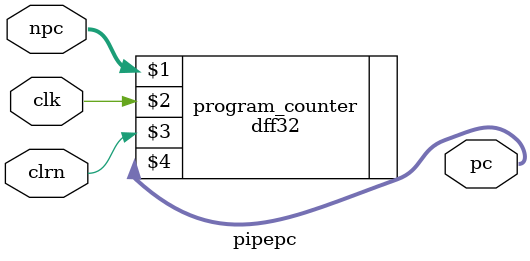
<source format=v>
`timescale 1ns / 1ps
module pipepc(npc,clk,clrn,pc
    );
	 input [31:0] npc;
	 input clk,clrn;
	 output [31:0] pc;
	 dff32 program_counter(npc,clk,clrn,pc);   //ÀûÓÃ32Î»µÄD´¥·¢Æ÷ÊµÏÖPC
endmodule

</source>
